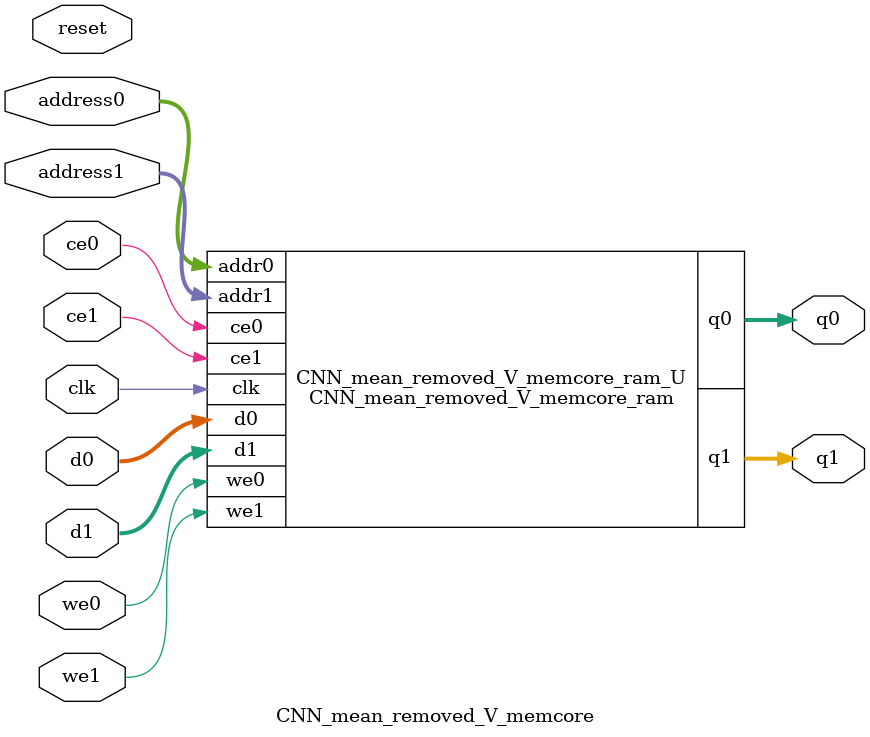
<source format=v>

`timescale 1 ns / 1 ps
module CNN_mean_removed_V_memcore_ram (addr0, ce0, d0, we0, q0, addr1, ce1, d1, we1, q1,  clk);

parameter DWIDTH = 18;
parameter AWIDTH = 11;
parameter MEM_SIZE = 1568;

input[AWIDTH-1:0] addr0;
input ce0;
input[DWIDTH-1:0] d0;
input we0;
output reg[DWIDTH-1:0] q0;
input[AWIDTH-1:0] addr1;
input ce1;
input[DWIDTH-1:0] d1;
input we1;
output reg[DWIDTH-1:0] q1;
input clk;

(* ram_style = "block" *)reg [DWIDTH-1:0] ram[0:MEM_SIZE-1];




always @(posedge clk)  
begin 
    if (ce0) 
    begin
        if (we0) 
        begin 
            ram[addr0] <= d0; 
            q0 <= d0;
        end 
        else 
            q0 <= ram[addr0];
    end
end


always @(posedge clk)  
begin 
    if (ce1) 
    begin
        if (we1) 
        begin 
            ram[addr1] <= d1; 
            q1 <= d1;
        end 
        else 
            q1 <= ram[addr1];
    end
end


endmodule


`timescale 1 ns / 1 ps
module CNN_mean_removed_V_memcore(
    reset,
    clk,
    address0,
    ce0,
    we0,
    d0,
    q0,
    address1,
    ce1,
    we1,
    d1,
    q1);

parameter DataWidth = 32'd18;
parameter AddressRange = 32'd1568;
parameter AddressWidth = 32'd11;
input reset;
input clk;
input[AddressWidth - 1:0] address0;
input ce0;
input we0;
input[DataWidth - 1:0] d0;
output[DataWidth - 1:0] q0;
input[AddressWidth - 1:0] address1;
input ce1;
input we1;
input[DataWidth - 1:0] d1;
output[DataWidth - 1:0] q1;



CNN_mean_removed_V_memcore_ram CNN_mean_removed_V_memcore_ram_U(
    .clk( clk ),
    .addr0( address0 ),
    .ce0( ce0 ),
    .we0( we0 ),
    .d0( d0 ),
    .q0( q0 ),
    .addr1( address1 ),
    .ce1( ce1 ),
    .we1( we1 ),
    .d1( d1 ),
    .q1( q1 ));

endmodule


</source>
